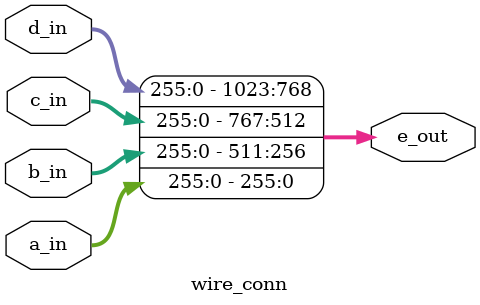
<source format=v>

module wire_conn #(
    parameter WIDTH = 256)(
    input wire [WIDTH-1:0]   a_in,
    input wire [WIDTH-1:0]   b_in,
    input wire [WIDTH-1:0]   c_in,
    input wire [WIDTH-1:0]   d_in,
    output wire[4*WIDTH-1:0] e_out
);

assign e_out = {d_in, c_in, b_in, a_in};

endmodule
</source>
